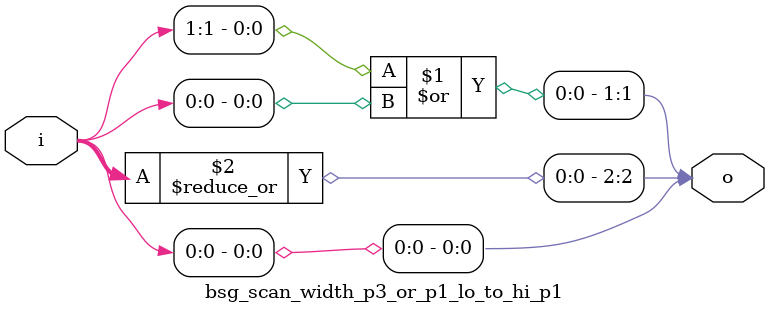
<source format=v>
module bsg_scan_width_p3_or_p1_lo_to_hi_p1(	// /tmp/tmp.hVKkesP90B/12087_OpenABC_leaf_level_verilog_nangate45_bp_quad_bsg_scan_width_p3_or_p1_lo_to_hi_p1.cleaned.mlir:2:3
  input  [2:0] i,	// /tmp/tmp.hVKkesP90B/12087_OpenABC_leaf_level_verilog_nangate45_bp_quad_bsg_scan_width_p3_or_p1_lo_to_hi_p1.cleaned.mlir:2:53
  output [2:0] o	// /tmp/tmp.hVKkesP90B/12087_OpenABC_leaf_level_verilog_nangate45_bp_quad_bsg_scan_width_p3_or_p1_lo_to_hi_p1.cleaned.mlir:2:66
);

  assign o = {|i, i[1] | i[0], i[0]};	// /tmp/tmp.hVKkesP90B/12087_OpenABC_leaf_level_verilog_nangate45_bp_quad_bsg_scan_width_p3_or_p1_lo_to_hi_p1.cleaned.mlir:4:10, :5:10, :6:10, :7:10, :8:10, :9:5
endmodule


</source>
